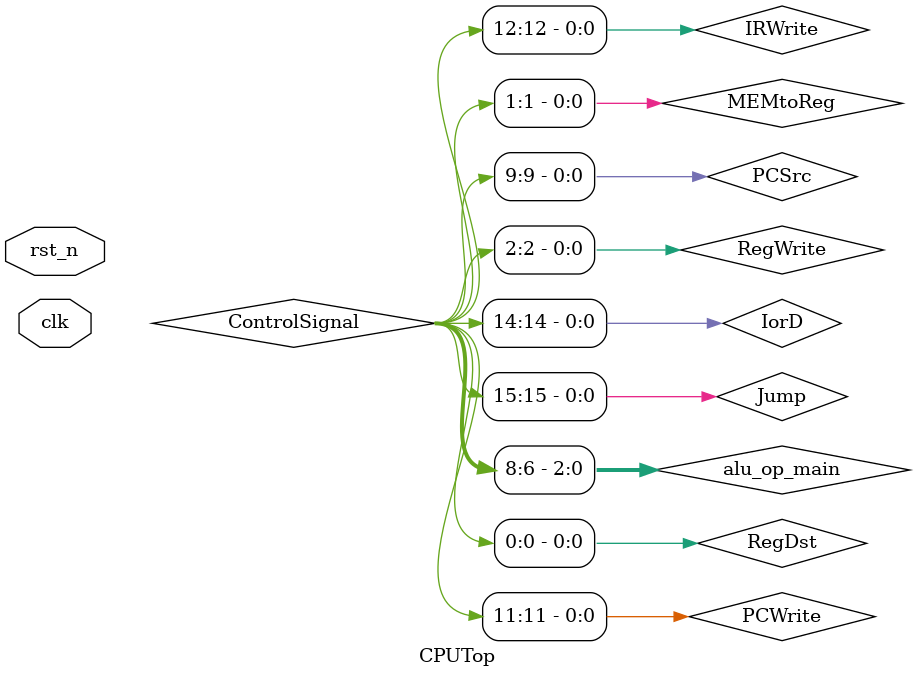
<source format=v>
`timescale 1ns / 1ps
module CPUTop(
	input clk,
	input rst_n
    );
wire [31:0] PC;
wire [31:0] NextPC;

wire [31:0] WD;
wire [31:0] RD;
wire [31:0] PCTemp;
wire [31:0] ALUOutTemp;
wire [31:0] Adr;
wire [4:0] A1;
wire [4:0] A2;
wire [4:0] A3;
wire [31:0] WD3; 
wire [31:0] RD1;
wire [31:0] RD2;
reg [31:0] A;
reg [31:0] B;
wire [15:0]ControlSignal;
wire PCEn;

wire Jump;
wire IorD;
wire [3:0]MEMWrite;
wire IRWrite;
wire PCWrite;
wire Branch;
wire PCSrc;
wire [2:0]alu_op_main;
wire [1:0]ALUSrcB;
wire ALUSrcA;
wire RegWrite;
wire MEMtoReg;
wire RegDst;
wire [31:0]alu_a_main;
wire [31:0]alu_b_main;
wire [31:0]alu_out_main;
wire Zero;
wire overflow;


PCounter pc(clk, rst_n, PCEn, NextPC, PC, Jump, Instr[25:0]);

wire [31:0]SignImm;
SignExtend SE(Instr[15:0], SignImm);

assign Adr = (IorD == 0) ? PC : ALUOut;
// input clka;
// input [3 : 0] wea;
// input [31 : 0] addra;
// input [31 : 0] dina;
// output [31 : 0] douta;
RAM InstructionMemory(clk, MEMWrite, Adr, WD, RD);
reg [31:0] Instr;
wire [31:0] Data;
always @(posedge clk)begin
	if (IRWrite) begin
		Instr <= RD;
	end
end
assign Data = RD;
assign WD = B;


always@(posedge clk)begin
	A <= RD1;
	B <= RD2;
end
assign WD3 = (MEMtoReg == 1) ? Data : ALUOut; 
assign A1 = Instr[25:21];
assign A2 = Instr[20:16];
assign A3 = (RegDst == 1) ? Instr[15:11] : Instr[20:16];
//  input clk,
// 	input rst_n,
// 	input [4:0]rAddr1,
// 	output [31:0]rDout1,
// 	input [4:0]rAddr2,
// 	output [31:0]rDout2,
// 	input [4:0]wAddr,
// 	input [31:0]wDin,
// 	input wEna
RegisterFile Reg(clk, rst_n, A1, RD1, A2, RD2, A3, WD3, RegWrite);



assign PCEn = (PCWrite == 1 || (Branch&Zero) == 1) ? 1 : 0;

assign Jump = ControlSignal[15];
assign IorD = ControlSignal[14];
assign MEMWrite = ControlSignal[13] ? 4'b1111 : 4'b0;
assign IRWrite = ControlSignal[12];
assign PCWrite = ControlSignal[11];
assign Branch = ControlSignal[10];
assign PCSrc = ControlSignal[9];
assign alu_op_main = ControlSignal[8:6];
assign ALUSrcB = ControlSignal[5:4];
assign ALUSrcA = ControlSignal[3];
assign RegWrite = ControlSignal[2];
assign MEMtoReg = ControlSignal[1];
assign RegDst = ControlSignal[0];
Control ControlUnit(clk, rst_n, Instr[31:26], Instr[5:0], ControlSignal, Zero);



assign alu_a_main = (ALUSrcA == 0) ? PC : A;
assign alu_b_main = (ALUSrcB == 2'b0) ? 	    B :
					(ALUSrcB == 2'b1) ? 	    4 :
					(ALUSrcB == 2'b10) ? SignImm :
					(ALUSrcB == 2'b11) ? SignImm << 2 : 0;
assign Zero = (alu_out_main == 0) ? 1'b1 : 1'b0;
ALU MainAlu(alu_a_main, alu_b_main, alu_op_main, alu_out_main, overflow);

reg [31:0]ALUOut;
always @(posedge clk)begin
	ALUOut <= alu_out_main;
end


assign NextPC = (PCSrc == 0) ? alu_out_main : ALUOut;

endmodule



</source>
